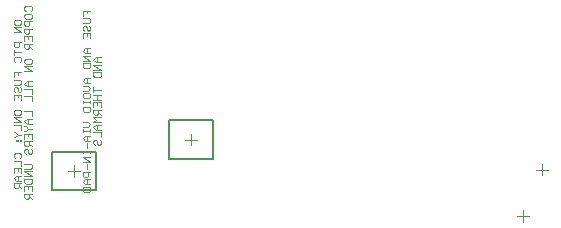
<source format=gbr>
%TF.GenerationSoftware,Altium Limited,Altium Designer,20.0.13 (296)*%
G04 Layer_Color=16711935*
%FSLAX26Y26*%
%MOIN*%
%TF.FileFunction,Other,Bottom_Component_Center*%
%TF.Part,Single*%
G01*
G75*
%TA.AperFunction,NonConductor*%
%ADD106C,0.007874*%
%ADD188C,0.004000*%
%ADD189C,0.003937*%
D106*
X687835Y1561220D02*
Y1688780D01*
X542165D02*
X687835D01*
X542165Y1561220D02*
X687835D01*
X542165D02*
Y1688780D01*
X297835Y1456220D02*
Y1583780D01*
X152165D02*
X297835D01*
X152165Y1456220D02*
X297835D01*
X152165D02*
Y1583780D01*
D188*
X315000Y1900000D02*
X298339D01*
X290008Y1891669D01*
X298339Y1883339D01*
X315000D01*
X302504D01*
Y1900000D01*
X315000Y1875008D02*
X290008D01*
X315000Y1858347D01*
X290008D01*
Y1850016D02*
X315000D01*
Y1837520D01*
X310835Y1833355D01*
X294173D01*
X290008Y1837520D01*
Y1850016D01*
Y1800032D02*
Y1783371D01*
Y1791702D01*
X315000D01*
X290008Y1775041D02*
X315000D01*
X302504D01*
Y1758379D01*
X290008D01*
X315000D01*
X290008Y1733387D02*
Y1750049D01*
X315000D01*
Y1733387D01*
X302504Y1750049D02*
Y1741718D01*
X315000Y1725057D02*
X290008D01*
Y1712561D01*
X294173Y1708395D01*
X302504D01*
X306669Y1712561D01*
Y1725057D01*
Y1716726D02*
X315000Y1708395D01*
Y1700065D02*
X290008D01*
X298339Y1691734D01*
X290008Y1683403D01*
X315000D01*
Y1675073D02*
X298339D01*
X290008Y1666742D01*
X298339Y1658412D01*
X315000D01*
X302504D01*
Y1675073D01*
X290008Y1650081D02*
X315000D01*
Y1633420D01*
X294173Y1608428D02*
X290008Y1612593D01*
Y1620924D01*
X294173Y1625089D01*
X298339D01*
X302504Y1620924D01*
Y1612593D01*
X306669Y1608428D01*
X310835D01*
X315000Y1612593D01*
Y1620924D01*
X310835Y1625089D01*
X255008Y2038339D02*
Y2055000D01*
X267504D01*
Y2046669D01*
Y2055000D01*
X280000D01*
X255008Y2030008D02*
X275835D01*
X280000Y2025843D01*
Y2017512D01*
X275835Y2013347D01*
X255008D01*
X259173Y1988355D02*
X255008Y1992520D01*
Y2000851D01*
X259173Y2005016D01*
X263339D01*
X267504Y2000851D01*
Y1992520D01*
X271669Y1988355D01*
X275835D01*
X280000Y1992520D01*
Y2000851D01*
X275835Y2005016D01*
X255008Y1963363D02*
Y1980024D01*
X280000D01*
Y1963363D01*
X267504Y1980024D02*
Y1971694D01*
X280000Y1930041D02*
X263339D01*
X255008Y1921710D01*
X263339Y1913379D01*
X280000D01*
X267504D01*
Y1930041D01*
X280000Y1905049D02*
X255008D01*
X280000Y1888387D01*
X255008D01*
Y1880057D02*
X280000D01*
Y1867561D01*
X275835Y1863395D01*
X259173D01*
X255008Y1867561D01*
Y1880057D01*
X280000Y1830073D02*
X263339D01*
X255008Y1821742D01*
X263339Y1813412D01*
X280000D01*
X267504D01*
Y1830073D01*
X255008Y1805081D02*
X271669D01*
X280000Y1796750D01*
X271669Y1788420D01*
X255008D01*
Y1767593D02*
Y1775924D01*
X259173Y1780089D01*
X275835D01*
X280000Y1775924D01*
Y1767593D01*
X275835Y1763428D01*
X259173D01*
X255008Y1767593D01*
Y1755097D02*
Y1746767D01*
Y1750932D01*
X280000D01*
Y1755097D01*
Y1746767D01*
X255008Y1734271D02*
X280000D01*
Y1721775D01*
X275835Y1717609D01*
X259173D01*
X255008Y1721775D01*
Y1734271D01*
Y1684287D02*
X271669D01*
X280000Y1675956D01*
X271669Y1667626D01*
X255008D01*
Y1659295D02*
Y1650964D01*
Y1655130D01*
X280000D01*
Y1659295D01*
Y1650964D01*
Y1638468D02*
X263339D01*
X255008Y1630138D01*
X263339Y1621807D01*
X280000D01*
X267504D01*
Y1638468D01*
Y1613476D02*
Y1596815D01*
X255008Y1588485D02*
Y1580154D01*
Y1584319D01*
X280000D01*
Y1588485D01*
Y1580154D01*
Y1567658D02*
X255008D01*
X280000Y1550997D01*
X255008D01*
X267504Y1542666D02*
Y1526005D01*
X280000Y1517674D02*
X255008D01*
Y1505178D01*
X259173Y1501013D01*
X267504D01*
X271669Y1505178D01*
Y1517674D01*
X280000Y1492682D02*
X263339D01*
X255008Y1484352D01*
X263339Y1476021D01*
X280000D01*
X267504D01*
Y1492682D01*
X255008Y1467690D02*
X280000D01*
Y1455194D01*
X275835Y1451029D01*
X259173D01*
X255008Y1455194D01*
Y1467690D01*
X64173Y2053339D02*
X60008Y2057504D01*
Y2065835D01*
X64173Y2070000D01*
X80835D01*
X85000Y2065835D01*
Y2057504D01*
X80835Y2053339D01*
X60008Y2032512D02*
Y2040843D01*
X64173Y2045008D01*
X80835D01*
X85000Y2040843D01*
Y2032512D01*
X80835Y2028347D01*
X64173D01*
X60008Y2032512D01*
X85000Y2020016D02*
X60008D01*
Y2007520D01*
X64173Y2003355D01*
X72504D01*
X76669Y2007520D01*
Y2020016D01*
X85000Y1995024D02*
X60008D01*
Y1982528D01*
X64173Y1978363D01*
X72504D01*
X76669Y1982528D01*
Y1995024D01*
X60008Y1953371D02*
Y1970032D01*
X85000D01*
Y1953371D01*
X72504Y1970032D02*
Y1961702D01*
X85000Y1945041D02*
X60008D01*
Y1932544D01*
X64173Y1928379D01*
X72504D01*
X76669Y1932544D01*
Y1945041D01*
Y1936710D02*
X85000Y1928379D01*
X60008Y1882561D02*
Y1890891D01*
X64173Y1895057D01*
X80835D01*
X85000Y1890891D01*
Y1882561D01*
X80835Y1878395D01*
X64173D01*
X60008Y1882561D01*
X85000Y1870065D02*
X60008D01*
X85000Y1853403D01*
X60008D01*
X85000Y1820081D02*
X68339D01*
X60008Y1811750D01*
X68339Y1803420D01*
X85000D01*
X72504D01*
Y1820081D01*
X60008Y1795089D02*
X85000D01*
Y1778428D01*
X60008Y1770097D02*
X85000D01*
Y1753436D01*
X60008Y1720113D02*
X85000D01*
Y1703452D01*
Y1695121D02*
X68339D01*
X60008Y1686791D01*
X68339Y1678460D01*
X85000D01*
X72504D01*
Y1695121D01*
X60008Y1670130D02*
X64173D01*
X72504Y1661799D01*
X64173Y1653468D01*
X60008D01*
X72504Y1661799D02*
X85000D01*
X60008Y1628476D02*
Y1645138D01*
X85000D01*
Y1628476D01*
X72504Y1645138D02*
Y1636807D01*
X85000Y1620146D02*
X60008D01*
Y1607650D01*
X64173Y1603485D01*
X72504D01*
X76669Y1607650D01*
Y1620146D01*
Y1611815D02*
X85000Y1603485D01*
X64173Y1578493D02*
X60008Y1582658D01*
Y1590989D01*
X64173Y1595154D01*
X68339D01*
X72504Y1590989D01*
Y1582658D01*
X76669Y1578493D01*
X80835D01*
X85000Y1582658D01*
Y1590989D01*
X80835Y1595154D01*
X60008Y1545170D02*
X80835D01*
X85000Y1541005D01*
Y1532674D01*
X80835Y1528509D01*
X60008D01*
X85000Y1520178D02*
X60008D01*
X85000Y1503517D01*
X60008D01*
Y1495186D02*
X85000D01*
Y1482690D01*
X80835Y1478525D01*
X64173D01*
X60008Y1482690D01*
Y1495186D01*
Y1453533D02*
Y1470194D01*
X85000D01*
Y1453533D01*
X72504Y1470194D02*
Y1461864D01*
X85000Y1445203D02*
X60008D01*
Y1432707D01*
X64173Y1428541D01*
X72504D01*
X76669Y1432707D01*
Y1445203D01*
Y1436872D02*
X85000Y1428541D01*
X25008Y2012504D02*
Y2020835D01*
X29173Y2025000D01*
X45835D01*
X50000Y2020835D01*
Y2012504D01*
X45835Y2008339D01*
X29173D01*
X25008Y2012504D01*
X50000Y2000008D02*
X25008D01*
X50000Y1983347D01*
X25008D01*
X50000Y1950024D02*
X25008D01*
Y1937528D01*
X29173Y1933363D01*
X37504D01*
X41669Y1937528D01*
Y1950024D01*
X25008Y1925032D02*
Y1908371D01*
Y1916702D01*
X50000D01*
X29173Y1883379D02*
X25008Y1887544D01*
Y1895875D01*
X29173Y1900041D01*
X45835D01*
X50000Y1895875D01*
Y1887544D01*
X45835Y1883379D01*
X25008Y1833395D02*
Y1850057D01*
X37504D01*
Y1841726D01*
Y1850057D01*
X50000D01*
X25008Y1825065D02*
X45835D01*
X50000Y1820899D01*
Y1812569D01*
X45835Y1808403D01*
X25008D01*
X29173Y1783412D02*
X25008Y1787577D01*
Y1795908D01*
X29173Y1800073D01*
X33339D01*
X37504Y1795908D01*
Y1787577D01*
X41669Y1783412D01*
X45835D01*
X50000Y1787577D01*
Y1795908D01*
X45835Y1800073D01*
X25008Y1758420D02*
Y1775081D01*
X50000D01*
Y1758420D01*
X37504Y1775081D02*
Y1766750D01*
X25008Y1712601D02*
Y1720932D01*
X29173Y1725097D01*
X45835D01*
X50000Y1720932D01*
Y1712601D01*
X45835Y1708436D01*
X29173D01*
X25008Y1712601D01*
X50000Y1700105D02*
X25008D01*
X50000Y1683444D01*
X25008D01*
Y1675113D02*
X50000D01*
Y1658452D01*
X25008Y1650121D02*
X29173D01*
X37504Y1641791D01*
X29173Y1633460D01*
X25008D01*
X37504Y1641791D02*
X50000D01*
X33339Y1625130D02*
Y1620964D01*
X37504D01*
Y1625130D01*
X33339D01*
X45835D02*
Y1620964D01*
X50000D01*
Y1625130D01*
X45835D01*
X29173Y1562650D02*
X25008Y1566815D01*
Y1575146D01*
X29173Y1579311D01*
X45835D01*
X50000Y1575146D01*
Y1566815D01*
X45835Y1562650D01*
X25008Y1554319D02*
X50000D01*
Y1537658D01*
X25008Y1512666D02*
Y1529327D01*
X50000D01*
Y1512666D01*
X37504Y1529327D02*
Y1520997D01*
X50000Y1504335D02*
X33339D01*
X25008Y1496005D01*
X33339Y1487674D01*
X50000D01*
X37504D01*
Y1504335D01*
X50000Y1479343D02*
X25008D01*
Y1466848D01*
X29173Y1462682D01*
X37504D01*
X41669Y1466848D01*
Y1479343D01*
Y1471013D02*
X50000Y1462682D01*
D189*
X1702504Y1370000D02*
X1741874D01*
X1722189Y1350315D02*
Y1389685D01*
X615000Y1605315D02*
Y1644685D01*
X595315Y1625000D02*
X634685D01*
X225000Y1500315D02*
Y1539685D01*
X205315Y1520000D02*
X244685D01*
X1784370Y1505315D02*
Y1544685D01*
X1764685Y1525000D02*
X1804055D01*
%TF.MD5,cfc6947f5ab603156a430471c5fd4a3b*%
M02*

</source>
